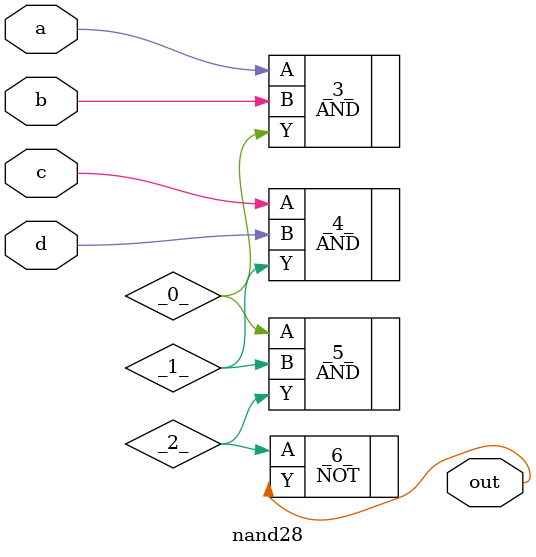
<source format=v>
/* Generated by Yosys 0.41+83 (git sha1 7045cf509, x86_64-w64-mingw32-g++ 13.2.1 -Os) */

/* cells_not_processed =  1  */
/* src = "nand28.v:3.1-13.10" */
module nand28(a, b, c, d, out);
  wire _0_;
  wire _1_;
  wire _2_;
  /* src = "nand28.v:4.9-4.10" */
  input a;
  wire a;
  /* src = "nand28.v:5.9-5.10" */
  input b;
  wire b;
  /* src = "nand28.v:6.9-6.10" */
  input c;
  wire c;
  /* src = "nand28.v:7.9-7.10" */
  input d;
  wire d;
  /* src = "nand28.v:8.10-8.13" */
  output out;
  wire out;
  AND _3_ (
    .A(a),
    .B(b),
    .Y(_0_)
  );
  AND _4_ (
    .A(c),
    .B(d),
    .Y(_1_)
  );
  AND _5_ (
    .A(_0_),
    .B(_1_),
    .Y(_2_)
  );
  NOT _6_ (
    .A(_2_),
    .Y(out)
  );
endmodule

</source>
